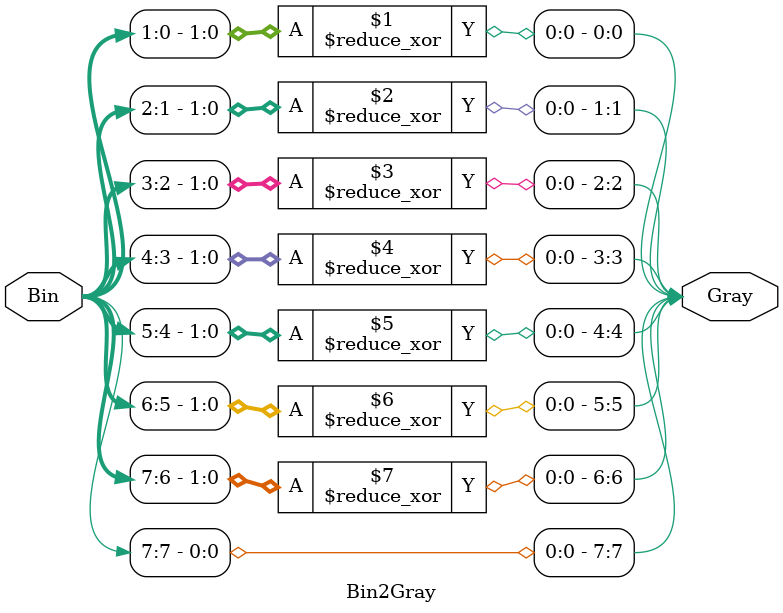
<source format=v>


//------------------------------------------------------------------------------
//	Module:		Bin2Gray
//	Desc:		This is a simple binary to gray code converter
//	Params:		Width:		The width of the binary/gray code
//	Author:		<a href="http://www.gdgib.com/">Greg Gibeling</a>
//	Version:	$Revision: 27051 $
//------------------------------------------------------------------------------
module	Bin2Gray(Bin, Gray);
	//--------------------------------------------------------------------------
	//	Parameters
	//--------------------------------------------------------------------------
	parameter				Width =					8;
	//--------------------------------------------------------------------------

	//--------------------------------------------------------------------------
	//	I/O
	//--------------------------------------------------------------------------
	input	[Width-1:0]		Bin;
	output	[Width-1:0]		Gray;
	//--------------------------------------------------------------------------

	//--------------------------------------------------------------------------
	//	Wires
	//--------------------------------------------------------------------------
	genvar					i;
	//--------------------------------------------------------------------------
  
	//--------------------------------------------------------------------------
	//	Converter
	//--------------------------------------------------------------------------
	generate for(i = 0; i < (Width - 1); i = i + 1) begin:B2G
		assign	Gray[i] =							^Bin[i+1:i];
	end endgenerate
	assign	Gray[Width-1] =							Bin[Width-1];
	//--------------------------------------------------------------------------
endmodule
//------------------------------------------------------------------------------
</source>
